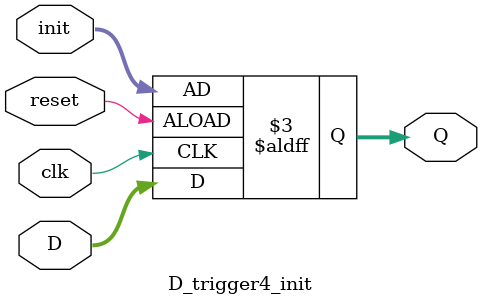
<source format=v>
module D_trigger4_init(clk,reset,init,D,Q);
input clk,reset;
input [3:0] D;
input [3:0] init;
output reg [3:0] Q;

always@(posedge clk or negedge reset) begin
  if(~reset) begin
    Q <= init;
  end
  else begin 
    Q <= D;
  end
end

endmodule

</source>
